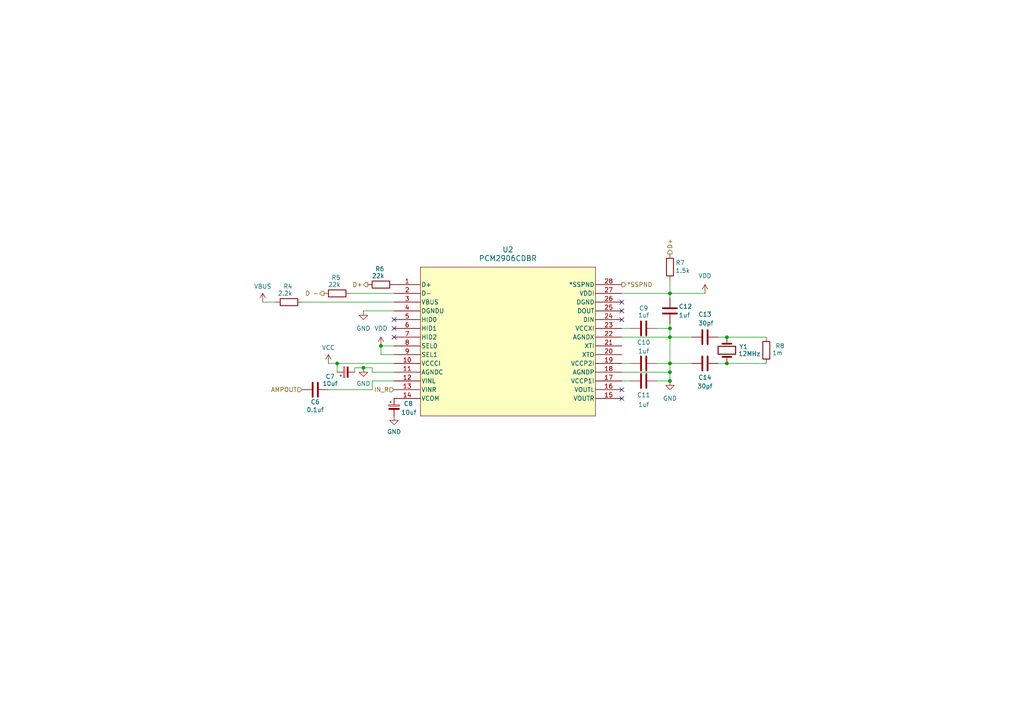
<source format=kicad_sch>
(kicad_sch (version 20250114) (generator "eeschema") (generator_version "9.0")
  (paper "A4")
  (title_block (date "2025-06-01") (rev "0.2") (company "Vladyslav Kukharchuk <vladyslavziuziun@gmail.com>"))
  (lib_symbols
    (symbol "Device:C" (pin_numbers (hide yes)) (pin_names (offset 0.254))
      (property "Reference" "C" (at 0.635 2.54 0))
      (property "Value" "C" (at 0.635 -2.54 0))
      (symbol "C_0_1"
        (polyline (pts (xy -2.032 0.762) (xy 2.032 0.762)) (stroke (width 0.508)))
        (polyline (pts (xy -2.032 -0.762) (xy 2.032 -0.762)) (stroke (width 0.508)))
      )
      (symbol "C_1_1"
        (pin passive line (at 0 3.81 270) (length 2.794) (name "~") (number "1"))
        (pin passive line (at 0 -3.81 90) (length 2.794) (name "~") (number "2"))
      )
    )
    (symbol "Device:C_Polarized_Small" (pin_numbers (hide yes)) (pin_names (offset 0.254) (hide yes))
      (property "Reference" "C" (at 0.254 1.778 0))
      (property "Value" "C_Polarized_Small" (at 0.254 -2.032 0))
      (symbol "C_Polarized_Small_0_1"
        (rectangle (start -1.524 0.6858) (end 1.524 0.3048))
        (rectangle (start -1.524 -0.3048) (end 1.524 -0.6858) (fill (type outline)))
        (polyline (pts (xy -1.27 1.524) (xy -0.762 1.524)))
        (polyline (pts (xy -1.016 1.27) (xy -1.016 1.778)))
      )
      (symbol "C_Polarized_Small_1_1"
        (pin passive line (at 0 2.54 270) (length 1.8542) (name "~") (number "1"))
        (pin passive line (at 0 -2.54 90) (length 1.8542) (name "~") (number "2"))
      )
    )
    (symbol "Device:Crystal" (pin_numbers (hide yes)) (pin_names (offset 1.016) (hide yes))
      (property "Reference" "Y" (at 0 3.81 0))
      (property "Value" "Crystal" (at 0 -3.81 0))
      (symbol "Crystal_0_1"
        (polyline (pts (xy -2.54 0) (xy -1.905 0)))
        (polyline (pts (xy -1.905 -1.27) (xy -1.905 1.27)) (stroke (width 0.508)))
        (rectangle (start -1.143 2.54) (end 1.143 -2.54) (stroke (width 0.3048)))
        (polyline (pts (xy 1.905 -1.27) (xy 1.905 1.27)) (stroke (width 0.508)))
        (polyline (pts (xy 2.54 0) (xy 1.905 0)))
      )
      (symbol "Crystal_1_1"
        (pin passive line (at -3.81 0 0) (length 1.27) (name "1") (number "1"))
        (pin passive line (at 3.81 0 180) (length 1.27) (name "2") (number "2"))
      )
    )
    (symbol "Device:R" (pin_numbers (hide yes)) (pin_names (offset 0))
      (property "Reference" "R" (at 2.032 0 90))
      (property "Value" "R" (at 0 0 90))
      (symbol "R_0_1"
        (rectangle (start -1.016 -2.54) (end 1.016 2.54) (stroke (width 0.254)))
      )
      (symbol "R_1_1"
        (pin passive line (at 0 3.81 270) (length 1.27) (name "~") (number "1"))
        (pin passive line (at 0 -3.81 90) (length 1.27) (name "~") (number "2"))
      )
    )
    (symbol "PCM2906CDBR:PCM2906CDBR" (pin_names (offset 0.254))
      (property "Reference" "U" (at 33.02 10.16 0))
      (property "Value" "PCM2906CDBR" (at 33.02 7.62 0))
      (symbol "PCM2906CDBR_0_1"
        (pin bidirectional line (at 0 0 0) (length 7.62) (name "D+") (number "1"))
        (pin bidirectional line (at 0 -2.54 0) (length 7.62) (name "D-") (number "2"))
        (pin power_in line (at 0 -5.08 0) (length 7.62) (name "VBUS") (number "3"))
        (pin power_in line (at 0 -7.62 0) (length 7.62) (name "DGNDU") (number "4"))
        (pin input line (at 0 -10.16 0) (length 7.62) (name "HID0") (number "5"))
        (pin input line (at 0 -12.7 0) (length 7.62) (name "HID1") (number "6"))
        (pin input line (at 0 -15.24 0) (length 7.62) (name "HID2") (number "7"))
        (pin input line (at 0 -17.78 0) (length 7.62) (name "SEL0") (number "8"))
        (pin input line (at 0 -20.32 0) (length 7.62) (name "SEL1") (number "9"))
        (pin power_in line (at 0 -22.86 0) (length 7.62) (name "VCCCI") (number "10"))
        (pin power_in line (at 0 -25.4 0) (length 7.62) (name "AGNDC") (number "11"))
        (pin input line (at 0 -27.94 0) (length 7.62) (name "VINL") (number "12"))
        (pin input line (at 0 -30.48 0) (length 7.62) (name "VINR") (number "13"))
        (pin power_in line (at 0 -33.02 0) (length 7.62) (name "VCOM") (number "14"))
        (pin output line (at 66.04 0 180) (length 7.62) (name "*SSPND") (number "28"))
        (pin power_in line (at 66.04 -2.54 180) (length 7.62) (name "VDDI") (number "27"))
        (pin power_in line (at 66.04 -5.08 180) (length 7.62) (name "DGND") (number "26"))
        (pin output line (at 66.04 -7.62 180) (length 7.62) (name "DOUT") (number "25"))
        (pin input line (at 66.04 -10.16 180) (length 7.62) (name "DIN") (number "24"))
        (pin power_in line (at 66.04 -12.7 180) (length 7.62) (name "VCCXI") (number "23"))
        (pin power_in line (at 66.04 -15.24 180) (length 7.62) (name "AGNDX") (number "22"))
        (pin input line (at 66.04 -17.78 180) (length 7.62) (name "XTI") (number "21"))
        (pin output line (at 66.04 -20.32 180) (length 7.62) (name "XTO") (number "20"))
        (pin power_in line (at 66.04 -22.86 180) (length 7.62) (name "VCCP2I") (number "19"))
        (pin power_in line (at 66.04 -25.4 180) (length 7.62) (name "AGNDP") (number "18"))
        (pin power_in line (at 66.04 -27.94 180) (length 7.62) (name "VCCP1I") (number "17"))
        (pin output line (at 66.04 -30.48 180) (length 7.62) (name "VOUTL") (number "16"))
        (pin output line (at 66.04 -33.02 180) (length 7.62) (name "VOUTR") (number "15"))
      )
      (symbol "PCM2906CDBR_1_1"
        (text_box "" (at 7.62 5.08 0) (size 50.8 -43.18) (margins 1.016 1.016 1.016 1.016) (fill (type color) (color 255 255 194 1)) (effects (font (size 1.27 1.27)) (justify left top)))
      )
    )
    (symbol "power:GND" (power) (pin_numbers (hide yes)) (pin_names (offset 0) (hide yes))
      (property "Value" "GND" (at 0 -3.81 0))
      (symbol "GND_0_1"
        (polyline (pts (xy 0 0) (xy 0 -1.27) (xy 1.27 -1.27) (xy 0 -2.54) (xy -1.27 -1.27) (xy 0 -1.27)))
      )
      (symbol "GND_1_1"
        (pin power_in line (at 0 0 270) (length 0) (name "~") (number "1"))
      )
    )
    (symbol "power:VBUS" (power) (pin_numbers (hide yes)) (pin_names (offset 0) (hide yes))
      (property "Value" "VBUS" (at 0 3.556 0))
      (symbol "VBUS_0_1"
        (polyline (pts (xy -0.762 1.27) (xy 0 2.54)))
        (polyline (pts (xy 0 2.54) (xy 0.762 1.27)))
        (polyline (pts (xy 0 0) (xy 0 2.54)))
      )
      (symbol "VBUS_1_1"
        (pin power_in line (at 0 0 90) (length 0) (name "~") (number "1"))
      )
    )
    (symbol "power:VCC" (power) (pin_numbers (hide yes)) (pin_names (offset 0) (hide yes))
      (property "Value" "VCC" (at 0 3.556 0))
      (symbol "VCC_0_1"
        (polyline (pts (xy -0.762 1.27) (xy 0 2.54)))
        (polyline (pts (xy 0 2.54) (xy 0.762 1.27)))
        (polyline (pts (xy 0 0) (xy 0 2.54)))
      )
      (symbol "VCC_1_1"
        (pin power_in line (at 0 0 90) (length 0) (name "~") (number "1"))
      )
    )
    (symbol "power:VDD" (power) (pin_numbers (hide yes)) (pin_names (offset 0) (hide yes))
      (property "Value" "VDD" (at 0 3.556 0))
      (symbol "VDD_0_1"
        (polyline (pts (xy -0.762 1.27) (xy 0 2.54)))
        (polyline (pts (xy 0 2.54) (xy 0.762 1.27)))
        (polyline (pts (xy 0 0) (xy 0 2.54)))
      )
      (symbol "VDD_1_1"
        (pin power_in line (at 0 0 90) (length 0) (name "~") (number "1"))
      )
    )
  )
  (junction (at 210.82 105.41))
  (junction (at 194.31 105.41))
  (junction (at 110.49 100.33))
  (junction (at 97.79 105.41))
  (junction (at 194.31 107.95))
  (junction (at 194.31 85.09))
  (junction (at 210.82 97.79))
  (junction (at 105.41 106.68))
  (junction (at 194.31 97.79))
  (junction (at 194.31 110.49))
  (junction (at 194.31 95.25))
  (no_connect (at 114.3 92.71))
  (no_connect (at 180.34 90.17))
  (no_connect (at 114.3 97.79))
  (no_connect (at 180.34 87.63))
  (no_connect (at 180.34 113.03))
  (no_connect (at 114.3 95.25))
  (no_connect (at 180.34 115.57))
  (no_connect (at 180.34 92.71))
  (wire (pts (xy 95.25 113.03) (xy 107.95 113.03)))
  (wire (pts (xy 182.88 95.25) (xy 180.34 95.25)))
  (wire (pts (xy 208.28 97.79) (xy 210.82 97.79)))
  (wire (pts (xy 97.79 105.41) (xy 114.3 105.41)))
  (wire (pts (xy 76.2 87.63) (xy 80.01 87.63)))
  (wire (pts (xy 97.79 105.41) (xy 95.25 105.41)))
  (wire (pts (xy 114.3 102.87) (xy 110.49 102.87)))
  (wire (pts (xy 110.49 100.33) (xy 114.3 100.33)))
  (wire (pts (xy 208.28 105.41) (xy 210.82 105.41)))
  (wire (pts (xy 107.95 110.49) (xy 114.3 110.49)))
  (wire (pts (xy 107.95 106.68) (xy 107.95 107.95)))
  (wire (pts (xy 182.88 105.41) (xy 180.34 105.41)))
  (wire (pts (xy 190.5 95.25) (xy 194.31 95.25)))
  (wire (pts (xy 107.95 107.95) (xy 114.3 107.95)))
  (wire (pts (xy 180.34 97.79) (xy 194.31 97.79)))
  (wire (pts (xy 194.31 97.79) (xy 200.66 97.79)))
  (wire (pts (xy 194.31 95.25) (xy 194.31 93.98)))
  (wire (pts (xy 180.34 110.49) (xy 182.88 110.49)))
  (wire (pts (xy 180.34 107.95) (xy 194.31 107.95)))
  (wire (pts (xy 190.5 110.49) (xy 194.31 110.49)))
  (wire (pts (xy 194.31 97.79) (xy 194.31 105.41)))
  (wire (pts (xy 194.31 81.28) (xy 194.31 85.09)))
  (wire (pts (xy 194.31 85.09) (xy 194.31 86.36)))
  (wire (pts (xy 194.31 85.09) (xy 204.47 85.09)))
  (wire (pts (xy 97.79 105.41) (xy 97.79 107.95)))
  (wire (pts (xy 87.63 87.63) (xy 114.3 87.63)))
  (wire (pts (xy 101.6 85.09) (xy 114.3 85.09)))
  (wire (pts (xy 194.31 105.41) (xy 194.31 107.95)))
  (wire (pts (xy 190.5 105.41) (xy 194.31 105.41)))
  (wire (pts (xy 194.31 95.25) (xy 194.31 97.79)))
  (wire (pts (xy 107.95 113.03) (xy 107.95 110.49)))
  (wire (pts (xy 210.82 105.41) (xy 222.25 105.41)))
  (wire (pts (xy 200.66 105.41) (xy 194.31 105.41)))
  (wire (pts (xy 102.87 106.68) (xy 102.87 107.95)))
  (wire (pts (xy 105.41 106.68) (xy 107.95 106.68)))
  (wire (pts (xy 102.87 106.68) (xy 105.41 106.68)))
  (wire (pts (xy 180.34 85.09) (xy 194.31 85.09)))
  (wire (pts (xy 210.82 97.79) (xy 222.25 97.79)))
  (wire (pts (xy 110.49 102.87) (xy 110.49 100.33)))
  (wire (pts (xy 105.41 90.17) (xy 114.3 90.17)))
  (wire (pts (xy 194.31 107.95) (xy 194.31 110.49)))
  (hierarchical_label "D -" (shape output) (at 93.98 85.09 180))
  (hierarchical_label "D+" (shape output) (at 106.68 82.55 180))
  (hierarchical_label "D+" (shape output) (at 194.31 73.66 90))
  (hierarchical_label "IN_R" (shape input) (at 114.3 113.03 180))
  (hierarchical_label "*SSPND" (shape output) (at 180.34 82.55 0))
  (hierarchical_label "AMPOUT" (shape input) (at 87.63 113.03 180))
  (symbol (lib_id "Device:C") (at 204.47 97.79 90) (unit 1)
    (property "Reference" "C13" (at 204.47 91.186 90))
    (property "Value" "30pf" (at 204.724 93.726 90))
    (property "Footprint" "Capacitor_SMD:C_0603_1608Metric_Pad1.08x0.95mm_HandSolder" (effects (hide yes)))
    (property "Description" "Unpolarized capacitor" (effects (hide yes)))
  )
  (symbol (lib_id "Device:R") (at 110.49 82.55 90) (mirror x) (unit 1)
    (property "Reference" "R6" (at 111.506 77.978 90) (effects (justify left)))
    (property "Value" "22k" (at 111.506 80.01 90) (effects (justify left)))
    (property "Footprint" "Resistor_SMD:R_0603_1608Metric_Pad0.98x0.95mm_HandSolder" (effects (hide yes)))
    (property "Description" "Resistor" (effects (hide yes)))
  )
  (symbol (lib_id "Device:R") (at 83.82 87.63 90) (mirror x) (unit 1)
    (property "Reference" "R4" (at 84.836 83.058 90) (effects (justify left)))
    (property "Value" "2.2k" (at 84.836 85.09 90) (effects (justify left)))
    (property "Footprint" "Resistor_SMD:R_0603_1608Metric_Pad0.98x0.95mm_HandSolder" (effects (hide yes)))
    (property "Description" "Resistor" (effects (hide yes)))
  )
  (symbol (lib_id "power:VCC") (at 95.25 105.41 0) (unit 1)
    (property "Reference" "#PWR07" (effects (hide yes)))
    (property "Value" "VCC" (at 95.25 100.838 0))
    (property "Description" "Power symbol creates a global label with name \"VCC\"" (effects (hide yes)))
  )
  (symbol (lib_id "power:GND") (at 105.41 90.17 0) (unit 1)
    (property "Reference" "#PWR08" (effects (hide yes)))
    (property "Value" "GND" (at 105.41 95.25 0))
    (property "Description" "Power symbol creates a global label with name \"GND\" , ground" (effects (hide yes)))
  )
  (symbol (lib_id "power:VDD") (at 110.49 100.33 0) (unit 1)
    (property "Reference" "#PWR010" (effects (hide yes)))
    (property "Value" "VDD" (at 110.49 95.25 0))
    (property "Description" "Power symbol creates a global label with name \"VDD\"" (effects (hide yes)))
  )
  (symbol (lib_id "Device:Crystal") (at 210.82 101.6 90) (unit 1)
    (property "Reference" "Y1" (at 214.376 100.584 90) (effects (justify right)))
    (property "Value" "12MHz" (at 214.122 102.616 90) (effects (justify right)))
    (property "Footprint" "Crystal:Crystal_HC49-4H_Vertical" (effects (hide yes)))
    (property "Description" "Two pin crystal" (effects (hide yes)))
  )
  (symbol (lib_id "PCM2906CDBR:PCM2906CDBR") (at 114.3 82.55 0) (unit 1)
    (property "Reference" "U2" (at 147.32 72.39 0) (effects (font (size 1.524 1.524))))
    (property "Value" "PCM2906CDBR" (at 147.32 74.93 0) (effects (font (size 1.524 1.524))))
    (property "Footprint" "Package_SO:SSOP-28_5.3x10.2mm_P0.65mm" (effects (hide yes)))
    (property "Datasheet" "PCM2906CDBR" (effects (hide yes)))
  )
  (symbol (lib_id "power:GND") (at 194.31 110.49 0) (unit 1)
    (property "Reference" "#PWR012" (effects (hide yes)))
    (property "Value" "GND" (at 194.31 115.57 0))
    (property "Description" "Power symbol creates a global label with name \"GND\" , ground" (effects (hide yes)))
  )
  (symbol (lib_id "power:GND") (at 114.3 120.65 0) (unit 1)
    (property "Reference" "#PWR011" (effects (hide yes)))
    (property "Value" "GND" (at 114.3 125.222 0))
    (property "Description" "Power symbol creates a global label with name \"GND\" , ground" (effects (hide yes)))
  )
  (symbol (lib_id "power:VBUS") (at 76.2 87.63 0) (unit 1)
    (property "Reference" "#PWR06" (effects (hide yes)))
    (property "Value" "VBUS" (at 76.2 83.058 0))
    (property "Description" "Power symbol creates a global label with name \"VBUS\"" (effects (hide yes)))
  )
  (symbol (lib_id "Device:C_Polarized_Small") (at 100.33 107.95 90) (unit 1)
    (property "Reference" "C7" (at 95.758 109.22 90))
    (property "Value" "10uf" (at 95.758 111.252 90))
    (property "Footprint" "Capacitor_Tantalum_SMD:CP_EIA-3216-10_Kemet-I_HandSolder" (effects (hide yes)))
    (property "Description" "Polarized capacitor, small symbol" (effects (hide yes)))
  )
  (symbol (lib_id "Device:C_Polarized_Small") (at 114.3 118.11 0) (unit 1)
    (property "Reference" "C8" (at 117.094 117.094 0) (effects (justify left)))
    (property "Value" "10uf" (at 116.332 119.634 0) (effects (justify left)))
    (property "Footprint" "Capacitor_Tantalum_SMD:CP_EIA-3216-10_Kemet-I_HandSolder" (effects (hide yes)))
    (property "Description" "Polarized capacitor, small symbol" (effects (hide yes)))
  )
  (symbol (lib_id "Device:R") (at 97.79 85.09 90) (mirror x) (unit 1)
    (property "Reference" "R5" (at 98.806 80.518 90) (effects (justify left)))
    (property "Value" "22k" (at 98.806 82.55 90) (effects (justify left)))
    (property "Footprint" "Resistor_SMD:R_0603_1608Metric_Pad0.98x0.95mm_HandSolder" (effects (hide yes)))
    (property "Description" "Resistor" (effects (hide yes)))
  )
  (symbol (lib_id "Device:R") (at 194.31 77.47 0) (mirror y) (unit 1)
    (property "Reference" "R7" (at 198.628 76.2 0) (effects (justify left)))
    (property "Value" "1.5k" (at 200.152 78.486 0) (effects (justify left)))
    (property "Footprint" "Resistor_SMD:R_0603_1608Metric_Pad0.98x0.95mm_HandSolder" (effects (hide yes)))
    (property "Description" "Resistor" (effects (hide yes)))
  )
  (symbol (lib_id "Device:C") (at 204.47 105.41 90) (unit 1)
    (property "Reference" "C14" (at 204.47 109.474 90))
    (property "Value" "30pf" (at 204.47 112.014 90))
    (property "Footprint" "Capacitor_SMD:C_0603_1608Metric_Pad1.08x0.95mm_HandSolder" (effects (hide yes)))
    (property "Description" "Unpolarized capacitor" (effects (hide yes)))
  )
  (symbol (lib_id "Device:C") (at 186.69 105.41 90) (unit 1)
    (property "Reference" "C10" (at 186.69 99.314 90))
    (property "Value" "1uf" (at 186.69 101.854 90))
    (property "Footprint" "Capacitor_SMD:C_0603_1608Metric_Pad1.08x0.95mm_HandSolder" (effects (hide yes)))
    (property "Description" "Unpolarized capacitor" (effects (hide yes)))
  )
  (symbol (lib_id "Device:R") (at 222.25 101.6 0) (mirror y) (unit 1)
    (property "Reference" "R8" (at 227.584 100.33 0) (effects (justify left)))
    (property "Value" "1m" (at 227.076 102.362 0) (effects (justify left)))
    (property "Footprint" "Resistor_SMD:R_0603_1608Metric_Pad0.98x0.95mm_HandSolder" (effects (hide yes)))
    (property "Description" "Resistor" (effects (hide yes)))
  )
  (symbol (lib_id "power:GND") (at 105.41 106.68 0) (unit 1)
    (property "Reference" "#PWR09" (effects (hide yes)))
    (property "Value" "GND" (at 105.41 111.252 0))
    (property "Description" "Power symbol creates a global label with name \"GND\" , ground" (effects (hide yes)))
  )
  (symbol (lib_id "Device:C") (at 186.69 95.25 90) (unit 1)
    (property "Reference" "C9" (at 186.69 89.408 90))
    (property "Value" "1uf" (at 186.69 91.44 90))
    (property "Footprint" "Capacitor_SMD:C_0603_1608Metric_Pad1.08x0.95mm_HandSolder" (effects (hide yes)))
    (property "Description" "Unpolarized capacitor" (effects (hide yes)))
  )
  (symbol (lib_id "Device:C") (at 194.31 90.17 0) (unit 1)
    (property "Reference" "C12" (at 196.85 88.9 0) (effects (justify left)))
    (property "Value" "1uf" (at 196.85 91.44 0) (effects (justify left)))
    (property "Footprint" "Capacitor_SMD:C_0603_1608Metric_Pad1.08x0.95mm_HandSolder" (effects (hide yes)))
    (property "Description" "Unpolarized capacitor" (effects (hide yes)))
  )
  (symbol (lib_id "Device:C") (at 186.69 110.49 90) (unit 1)
    (property "Reference" "C11" (at 186.69 114.554 90))
    (property "Value" "1uf" (at 186.69 117.348 90))
    (property "Footprint" "Capacitor_SMD:C_0603_1608Metric_Pad1.08x0.95mm_HandSolder" (effects (hide yes)))
    (property "Description" "Unpolarized capacitor" (effects (hide yes)))
  )
  (symbol (lib_id "power:VDD") (at 204.47 85.09 0) (unit 1)
    (property "Reference" "#PWR013" (effects (hide yes)))
    (property "Value" "VDD" (at 204.47 80.01 0))
    (property "Description" "Power symbol creates a global label with name \"VDD\"" (effects (hide yes)))
  )
  (symbol (lib_id "Device:C") (at 91.44 113.03 270) (unit 1)
    (property "Reference" "C6" (at 91.44 116.586 90))
    (property "Value" "0.1uf" (at 91.44 118.872 90))
    (property "Footprint" "Capacitor_SMD:C_0603_1608Metric_Pad1.08x0.95mm_HandSolder" (effects (hide yes)))
    (property "Description" "Unpolarized capacitor" (effects (hide yes)))
  )
)
</source>
